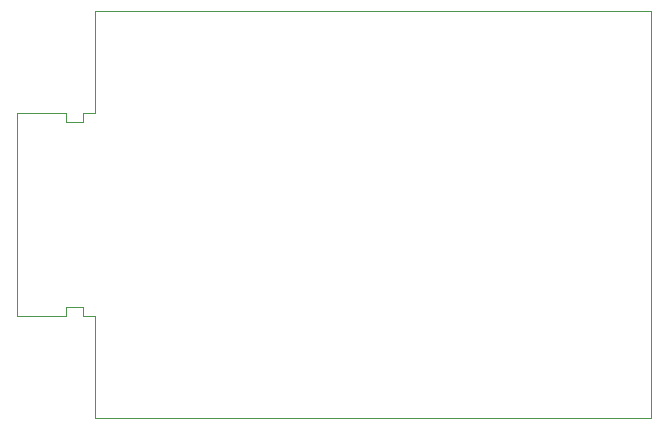
<source format=gbr>
%TF.GenerationSoftware,KiCad,Pcbnew,7.0.10*%
%TF.CreationDate,2024-03-07T18:21:54+01:00*%
%TF.ProjectId,ROM_Card,524f4d5f-4361-4726-942e-6b696361645f,rev?*%
%TF.SameCoordinates,Original*%
%TF.FileFunction,Profile,NP*%
%FSLAX46Y46*%
G04 Gerber Fmt 4.6, Leading zero omitted, Abs format (unit mm)*
G04 Created by KiCad (PCBNEW 7.0.10) date 2024-03-07 18:21:54*
%MOMM*%
%LPD*%
G01*
G04 APERTURE LIST*
%TA.AperFunction,Profile*%
%ADD10C,0.100000*%
%TD*%
%TA.AperFunction,Profile*%
%ADD11C,0.120000*%
%TD*%
G04 APERTURE END LIST*
D10*
X183388000Y-88313000D02*
X183388000Y-122809000D01*
X136330000Y-88313000D02*
X183388000Y-88313000D01*
X136330000Y-122809000D02*
X183388000Y-122809000D01*
X136330000Y-96936000D02*
X136330000Y-88313000D01*
X136330000Y-114186000D02*
X136330000Y-122809000D01*
D11*
%TO.C,J1*%
X135330000Y-96936000D02*
X136330000Y-96936000D01*
X133830000Y-96936000D02*
X133830000Y-97736000D01*
X129680000Y-96936000D02*
X133830000Y-96936000D01*
X129680000Y-96936000D02*
X129680000Y-114186000D01*
X135330000Y-97736000D02*
X135330000Y-96936000D01*
X133830000Y-97736000D02*
X135330000Y-97736000D01*
X135330000Y-113386000D02*
X135330000Y-114186000D01*
X133830000Y-113386000D02*
X135330000Y-113386000D01*
X135330000Y-114186000D02*
X136330000Y-114186000D01*
X133830000Y-114186000D02*
X133830000Y-113386000D01*
X129680000Y-114186000D02*
X133830000Y-114186000D01*
%TD*%
M02*

</source>
